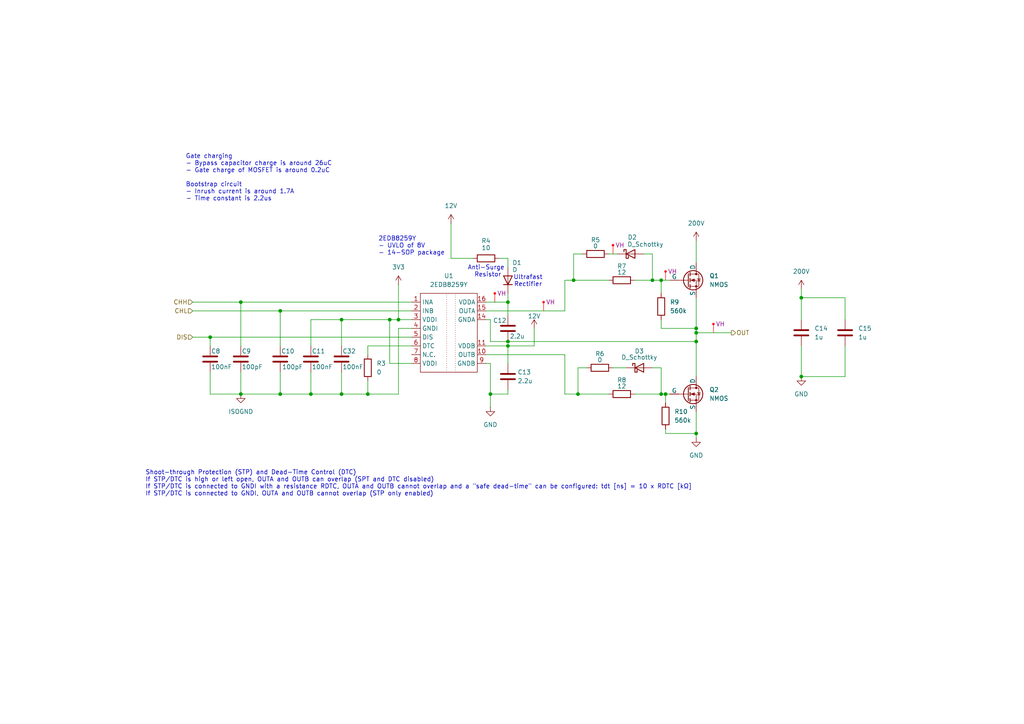
<source format=kicad_sch>
(kicad_sch (version 20250114) (generator "eeschema") (generator_version "9.0")
  (paper "A4")
  (title_block (title "Half bridge leg") (date "2025-08-07") (rev "1.1"))
  (lib_symbols
    (symbol "Device:C" (pin_numbers (hide yes)) (pin_names (offset 0.254))
      (property "Reference" "C" (at 0.635 2.54 0))
      (property "Value" "C" (at 0.635 -2.54 0))
      (symbol "C_0_1"
        (polyline (pts (xy -2.032 0.762) (xy 2.032 0.762)) (stroke (width 0.508)))
        (polyline (pts (xy -2.032 -0.762) (xy 2.032 -0.762)) (stroke (width 0.508)))
      )
      (symbol "C_1_1"
        (pin passive line (at 0 3.81 270) (length 2.794) (name "~") (number "1"))
        (pin passive line (at 0 -3.81 90) (length 2.794) (name "~") (number "2"))
      )
    )
    (symbol "Device:D" (pin_numbers (hide yes)) (pin_names (offset 1.016) (hide yes))
      (property "Reference" "D" (at 0 2.54 0))
      (property "Value" "D" (at 0 -2.54 0))
      (symbol "D_0_1"
        (polyline (pts (xy -1.27 1.27) (xy -1.27 -1.27)) (stroke (width 0.254)))
        (polyline (pts (xy 1.27 1.27) (xy 1.27 -1.27) (xy -1.27 0) (xy 1.27 1.27)) (stroke (width 0.254)))
        (polyline (pts (xy 1.27 0) (xy -1.27 0)))
      )
      (symbol "D_1_1"
        (pin passive line (at -3.81 0 0) (length 2.54) (name "K") (number "1"))
        (pin passive line (at 3.81 0 180) (length 2.54) (name "A") (number "2"))
      )
    )
    (symbol "Device:D_Schottky" (pin_numbers (hide yes)) (pin_names (offset 1.016) (hide yes))
      (property "Reference" "D" (at 0 2.54 0))
      (property "Value" "D_Schottky" (at 0 -2.54 0))
      (symbol "D_Schottky_0_1"
        (polyline (pts (xy -1.905 0.635) (xy -1.905 1.27) (xy -1.27 1.27) (xy -1.27 -1.27) (xy -0.635 -1.27) (xy -0.635 -0.635)) (stroke (width 0.254)))
        (polyline (pts (xy 1.27 1.27) (xy 1.27 -1.27) (xy -1.27 0) (xy 1.27 1.27)) (stroke (width 0.254)))
        (polyline (pts (xy 1.27 0) (xy -1.27 0)))
      )
      (symbol "D_Schottky_1_1"
        (pin passive line (at -3.81 0 0) (length 2.54) (name "K") (number "1"))
        (pin passive line (at 3.81 0 180) (length 2.54) (name "A") (number "2"))
      )
    )
    (symbol "Device:R" (pin_numbers (hide yes)) (pin_names (offset 0))
      (property "Reference" "R" (at 2.032 0 90))
      (property "Value" "R" (at 0 0 90))
      (symbol "R_0_1"
        (rectangle (start -1.016 -2.54) (end 1.016 2.54) (stroke (width 0.254)))
      )
      (symbol "R_1_1"
        (pin passive line (at 0 3.81 270) (length 1.27) (name "~") (number "1"))
        (pin passive line (at 0 -3.81 90) (length 1.27) (name "~") (number "2"))
      )
    )
    (symbol "NMOS_1" (pin_numbers (hide yes)) (pin_names (offset 0))
      (property "Reference" "Q2" (at 6.35 1.2701 0))
      (property "Value" "NMOS" (at 6.35 -1.2699 0))
      (symbol "NMOS_1_0_1"
        (polyline (pts (xy 0.254 1.905) (xy 0.254 -1.905)) (stroke (width 0.254)))
        (polyline (pts (xy 0.254 0) (xy -2.54 0)))
        (polyline (pts (xy 0.762 2.286) (xy 0.762 1.27)) (stroke (width 0.254)))
        (polyline (pts (xy 0.762 0.508) (xy 0.762 -0.508)) (stroke (width 0.254)))
        (polyline (pts (xy 0.762 -1.27) (xy 0.762 -2.286)) (stroke (width 0.254)))
        (polyline (pts (xy 0.762 -1.778) (xy 3.302 -1.778) (xy 3.302 1.778) (xy 0.762 1.778)))
        (polyline (pts (xy 1.016 0) (xy 2.032 0.381) (xy 2.032 -0.381) (xy 1.016 0)) (fill (type outline)))
        (circle (center 1.651 0) (radius 2.794) (stroke (width 0.254)))
        (polyline (pts (xy 2.54 2.54) (xy 2.54 1.778)))
        (circle (center 2.54 1.778) (radius 0.254) (fill (type outline)))
        (circle (center 2.54 -1.778) (radius 0.254) (fill (type outline)))
        (polyline (pts (xy 2.54 -2.54) (xy 2.54 0) (xy 0.762 0)))
        (polyline (pts (xy 2.794 0.508) (xy 2.921 0.381) (xy 3.683 0.381) (xy 3.81 0.254)))
        (polyline (pts (xy 3.302 0.381) (xy 2.921 -0.254) (xy 3.683 -0.254) (xy 3.302 0.381)))
      )
      (symbol "NMOS_1_1_1"
        (pin input line (at -5.08 0 0) (length 2.54) (name "G") (number "1"))
        (pin passive line (at 2.54 5.08 270) (length 2.54) (name "D") (number "2"))
        (pin passive line (at 2.54 -5.08 90) (length 2.54) (name "S") (number "3"))
      )
    )
    (symbol "Simulation_SPICE:NMOS" (pin_numbers (hide yes)) (pin_names (offset 0))
      (property "Reference" "Q1" (at 6.35 1.2701 0))
      (property "Value" "NMOS" (at 6.35 -1.2699 0))
      (symbol "NMOS_0_1"
        (polyline (pts (xy 0.254 1.905) (xy 0.254 -1.905)) (stroke (width 0.254)))
        (polyline (pts (xy 0.254 0) (xy -2.54 0)))
        (polyline (pts (xy 0.762 2.286) (xy 0.762 1.27)) (stroke (width 0.254)))
        (polyline (pts (xy 0.762 0.508) (xy 0.762 -0.508)) (stroke (width 0.254)))
        (polyline (pts (xy 0.762 -1.27) (xy 0.762 -2.286)) (stroke (width 0.254)))
        (polyline (pts (xy 0.762 -1.778) (xy 3.302 -1.778) (xy 3.302 1.778) (xy 0.762 1.778)))
        (polyline (pts (xy 1.016 0) (xy 2.032 0.381) (xy 2.032 -0.381) (xy 1.016 0)) (fill (type outline)))
        (circle (center 1.651 0) (radius 2.794) (stroke (width 0.254)))
        (polyline (pts (xy 2.54 2.54) (xy 2.54 1.778)))
        (circle (center 2.54 1.778) (radius 0.254) (fill (type outline)))
        (circle (center 2.54 -1.778) (radius 0.254) (fill (type outline)))
        (polyline (pts (xy 2.54 -2.54) (xy 2.54 0) (xy 0.762 0)))
        (polyline (pts (xy 2.794 0.508) (xy 2.921 0.381) (xy 3.683 0.381) (xy 3.81 0.254)))
        (polyline (pts (xy 3.302 0.381) (xy 2.921 -0.254) (xy 3.683 -0.254) (xy 3.302 0.381)))
      )
      (symbol "NMOS_1_1"
        (pin input line (at -5.08 0 0) (length 2.54) (name "G") (number "1"))
        (pin passive line (at 2.54 5.08 270) (length 2.54) (name "D") (number "2"))
        (pin passive line (at 2.54 -5.08 90) (length 2.54) (name "S") (number "3"))
      )
    )
    (symbol "mdriver_symbols:2EDB8259YXUMA1"
      (property "Reference" "U" (at -7.62 0 0))
      (symbol "2EDB8259YXUMA1_0_1"
        (rectangle (start -8.89 10.16) (end 7.62 -12.7))
      )
      (symbol "2EDB8259YXUMA1_1_1"
        (polyline (pts (xy -1.27 -12.7) (xy -1.27 10.16)) (stroke (width 0) (type dot)))
        (polyline (pts (xy 1.27 -12.7) (xy 1.27 10.16)) (stroke (width 0) (type dot)))
        (pin passive line (at -11.43 7.62 0) (length 2.54) (name "INA") (number "1"))
        (pin passive line (at -11.43 5.08 0) (length 2.54) (name "INB") (number "2"))
        (pin passive line (at -11.43 2.54 0) (length 2.54) (name "VDDI") (number "3"))
        (pin passive line (at -11.43 0 0) (length 2.54) (name "GNDI") (number "4"))
        (pin passive line (at -11.43 -2.54 0) (length 2.54) (name "DIS") (number "5"))
        (pin passive line (at -11.43 -5.08 0) (length 2.54) (name "DTC") (number "6"))
        (pin passive line (at -11.43 -7.62 0) (length 2.54) (name "N.C.") (number "7"))
        (pin passive line (at -11.43 -10.16 0) (length 2.54) (name "VDDI") (number "8"))
        (pin passive line (at 10.16 7.62 180) (length 2.54) (name "VDDA") (number "16"))
        (pin passive line (at 10.16 5.08 180) (length 2.54) (name "OUTA") (number "15"))
        (pin passive line (at 10.16 2.54 180) (length 2.54) (name "GNDA") (number "14"))
        (pin passive line (at 10.16 -5.08 180) (length 2.54) (name "VDDB") (number "11"))
        (pin passive line (at 10.16 -7.62 180) (length 2.54) (name "OUTB") (number "10"))
        (pin passive line (at 10.16 -10.16 180) (length 2.54) (name "GNDB") (number "9"))
      )
    )
    (symbol "power:+3V3" (power) (pin_numbers (hide yes)) (pin_names (offset 0) (hide yes))
      (property "Value" "+3V3" (at 0 3.556 0))
      (symbol "+3V3_0_1"
        (polyline (pts (xy -0.762 1.27) (xy 0 2.54)))
        (polyline (pts (xy 0 2.54) (xy 0.762 1.27)))
        (polyline (pts (xy 0 0) (xy 0 2.54)))
      )
      (symbol "+3V3_1_1"
        (pin power_in line (at 0 0 90) (length 0) (name "~") (number "1"))
      )
    )
    (symbol "power:GND" (power) (pin_numbers (hide yes)) (pin_names (offset 0) (hide yes))
      (property "Value" "GND" (at 0 -3.81 0))
      (symbol "GND_0_1"
        (polyline (pts (xy 0 0) (xy 0 -1.27) (xy 1.27 -1.27) (xy 0 -2.54) (xy -1.27 -1.27) (xy 0 -1.27)))
      )
      (symbol "GND_1_1"
        (pin power_in line (at 0 0 270) (length 0) (name "~") (number "1"))
      )
    )
    (symbol "power:VDD" (power) (pin_numbers (hide yes)) (pin_names (offset 0) (hide yes))
      (property "Value" "VDD" (at 0 3.556 0))
      (symbol "VDD_0_1"
        (polyline (pts (xy -0.762 1.27) (xy 0 2.54)))
        (polyline (pts (xy 0 2.54) (xy 0.762 1.27)))
        (polyline (pts (xy 0 0) (xy 0 2.54)))
      )
      (symbol "VDD_1_1"
        (pin power_in line (at 0 0 90) (length 0) (name "~") (number "1"))
      )
    )
  )
  (text "Ultrafast\nRectifier" (at 153.162 81.534 0) (effects (font (size 1.27 1.27))))
  (text "2EDB8259Y\n- UVLO of 8V\n- 14-SOP package" (at 109.728 71.374 0) (effects (font (size 1.27 1.27)) (justify left)))
  (text "Shoot-through Protection (STP) and Dead-Time Control (DTC) \nIf STP/DTC is high or left open, OUTA and OUTB can overlap (SPT and DTC disabled) \nIf STP/DTC is connected to GNDI with a resistance RDTC, OUTA and OUTB cannot overlap and a \"safe dead-time\" can be configured: tdt [ns] = 10 x RDTC [kΩ] \nIf STP/DTC is connected to GNDI, OUTA and OUTB cannot overlap (STP only enabled) " (at 42.164 140.208 0) (effects (font (size 1.27 1.27) (thickness 0.1588)) (justify left)))
  (text "Anti-Surge \nResistor" (at 141.478 78.74 0) (effects (font (size 1.27 1.27))))
  (text "Gate charging\n- Bypass capacitor charge is around 26uC\n- Gate charge of MOSFET is around 0.2uC\n\nBootstrap circuit\n- Inrush current is around 1.7A\n- Time constant is 2.2us" (at 53.848 51.562 0) (effects (font (size 1.27 1.27)) (justify left)))
  (junction (at 147.32 99.06))
  (junction (at 99.06 114.3))
  (junction (at 115.57 92.71))
  (junction (at 201.93 125.73))
  (junction (at 232.41 86.36))
  (junction (at 81.28 114.3))
  (junction (at 189.23 81.28))
  (junction (at 193.04 114.3))
  (junction (at 166.37 81.28))
  (junction (at 90.17 114.3))
  (junction (at 147.32 100.33))
  (junction (at 81.28 90.17))
  (junction (at 113.03 92.71))
  (junction (at 106.68 114.3))
  (junction (at 201.93 96.52))
  (junction (at 201.93 95.25))
  (junction (at 167.64 114.3))
  (junction (at 191.77 81.28))
  (junction (at 147.32 87.63))
  (junction (at 99.06 92.71))
  (junction (at 60.96 97.79))
  (junction (at 69.85 87.63))
  (junction (at 69.85 114.3))
  (junction (at 201.93 99.06))
  (junction (at 232.41 109.22))
  (junction (at 191.77 114.3))
  (junction (at 142.24 114.3))
  (wire (pts (xy 147.32 99.06) (xy 201.93 99.06)))
  (wire (pts (xy 186.69 73.66) (xy 189.23 73.66)))
  (wire (pts (xy 147.32 74.93) (xy 147.32 77.47)))
  (wire (pts (xy 176.53 73.66) (xy 179.07 73.66)))
  (wire (pts (xy 55.88 87.63) (xy 69.85 87.63)))
  (wire (pts (xy 106.68 100.33) (xy 119.38 100.33)))
  (wire (pts (xy 191.77 92.71) (xy 191.77 95.25)))
  (wire (pts (xy 166.37 81.28) (xy 163.83 81.28)))
  (wire (pts (xy 193.04 124.46) (xy 193.04 125.73)))
  (wire (pts (xy 147.32 100.33) (xy 147.32 105.41)))
  (wire (pts (xy 81.28 90.17) (xy 119.38 90.17)))
  (wire (pts (xy 201.93 95.25) (xy 201.93 96.52)))
  (wire (pts (xy 99.06 92.71) (xy 99.06 100.33)))
  (wire (pts (xy 113.03 105.41) (xy 113.03 92.71)))
  (wire (pts (xy 201.93 125.73) (xy 201.93 127)))
  (wire (pts (xy 106.68 102.87) (xy 106.68 100.33)))
  (wire (pts (xy 168.91 73.66) (xy 166.37 73.66)))
  (wire (pts (xy 191.77 95.25) (xy 201.93 95.25)))
  (wire (pts (xy 90.17 114.3) (xy 81.28 114.3)))
  (wire (pts (xy 60.96 114.3) (xy 69.85 114.3)))
  (wire (pts (xy 245.11 92.71) (xy 245.11 86.36)))
  (wire (pts (xy 191.77 106.68) (xy 191.77 114.3)))
  (wire (pts (xy 201.93 86.36) (xy 201.93 95.25)))
  (wire (pts (xy 69.85 87.63) (xy 119.38 87.63)))
  (wire (pts (xy 191.77 81.28) (xy 191.77 85.09)))
  (wire (pts (xy 163.83 90.17) (xy 140.97 90.17)))
  (wire (pts (xy 167.64 106.68) (xy 167.64 114.3)))
  (wire (pts (xy 177.8 106.68) (xy 181.61 106.68)))
  (wire (pts (xy 142.24 99.06) (xy 142.24 92.71)))
  (wire (pts (xy 144.78 74.93) (xy 147.32 74.93)))
  (wire (pts (xy 232.41 83.82) (xy 232.41 86.36)))
  (wire (pts (xy 140.97 100.33) (xy 147.32 100.33)))
  (wire (pts (xy 154.94 100.33) (xy 147.32 100.33)))
  (wire (pts (xy 119.38 92.71) (xy 115.57 92.71)))
  (wire (pts (xy 130.81 64.77) (xy 130.81 74.93)))
  (wire (pts (xy 142.24 99.06) (xy 147.32 99.06)))
  (wire (pts (xy 99.06 107.95) (xy 99.06 114.3)))
  (wire (pts (xy 193.04 114.3) (xy 194.31 114.3)))
  (wire (pts (xy 69.85 87.63) (xy 69.85 100.33)))
  (wire (pts (xy 201.93 119.38) (xy 201.93 125.73)))
  (wire (pts (xy 90.17 107.95) (xy 90.17 114.3)))
  (wire (pts (xy 81.28 114.3) (xy 69.85 114.3)))
  (wire (pts (xy 142.24 114.3) (xy 142.24 105.41)))
  (wire (pts (xy 193.04 125.73) (xy 201.93 125.73)))
  (wire (pts (xy 81.28 90.17) (xy 81.28 100.33)))
  (wire (pts (xy 113.03 92.71) (xy 115.57 92.71)))
  (wire (pts (xy 130.81 74.93) (xy 137.16 74.93)))
  (wire (pts (xy 147.32 114.3) (xy 142.24 114.3)))
  (wire (pts (xy 167.64 114.3) (xy 163.83 114.3)))
  (wire (pts (xy 184.15 114.3) (xy 191.77 114.3)))
  (wire (pts (xy 163.83 81.28) (xy 163.83 90.17)))
  (wire (pts (xy 193.04 114.3) (xy 193.04 116.84)))
  (wire (pts (xy 191.77 114.3) (xy 193.04 114.3)))
  (wire (pts (xy 55.88 97.79) (xy 60.96 97.79)))
  (wire (pts (xy 232.41 86.36) (xy 245.11 86.36)))
  (wire (pts (xy 90.17 100.33) (xy 90.17 92.71)))
  (wire (pts (xy 140.97 105.41) (xy 142.24 105.41)))
  (wire (pts (xy 90.17 92.71) (xy 99.06 92.71)))
  (wire (pts (xy 189.23 106.68) (xy 191.77 106.68)))
  (wire (pts (xy 176.53 114.3) (xy 167.64 114.3)))
  (wire (pts (xy 90.17 114.3) (xy 99.06 114.3)))
  (wire (pts (xy 232.41 100.33) (xy 232.41 109.22)))
  (wire (pts (xy 140.97 87.63) (xy 147.32 87.63)))
  (wire (pts (xy 232.41 86.36) (xy 232.41 92.71)))
  (wire (pts (xy 115.57 114.3) (xy 106.68 114.3)))
  (wire (pts (xy 245.11 100.33) (xy 245.11 109.22)))
  (wire (pts (xy 60.96 107.95) (xy 60.96 114.3)))
  (wire (pts (xy 60.96 97.79) (xy 119.38 97.79)))
  (wire (pts (xy 201.93 96.52) (xy 201.93 99.06)))
  (wire (pts (xy 142.24 92.71) (xy 140.97 92.71)))
  (wire (pts (xy 99.06 114.3) (xy 106.68 114.3)))
  (wire (pts (xy 201.93 99.06) (xy 201.93 109.22)))
  (wire (pts (xy 147.32 113.03) (xy 147.32 114.3)))
  (wire (pts (xy 232.41 109.22) (xy 245.11 109.22)))
  (wire (pts (xy 142.24 114.3) (xy 142.24 118.11)))
  (wire (pts (xy 106.68 110.49) (xy 106.68 114.3)))
  (wire (pts (xy 163.83 114.3) (xy 163.83 102.87)))
  (wire (pts (xy 170.18 106.68) (xy 167.64 106.68)))
  (wire (pts (xy 69.85 107.95) (xy 69.85 114.3)))
  (wire (pts (xy 55.88 90.17) (xy 81.28 90.17)))
  (wire (pts (xy 115.57 82.55) (xy 115.57 92.71)))
  (wire (pts (xy 147.32 91.44) (xy 147.32 87.63)))
  (wire (pts (xy 99.06 92.71) (xy 113.03 92.71)))
  (wire (pts (xy 163.83 102.87) (xy 140.97 102.87)))
  (wire (pts (xy 166.37 73.66) (xy 166.37 81.28)))
  (wire (pts (xy 81.28 107.95) (xy 81.28 114.3)))
  (wire (pts (xy 201.93 69.85) (xy 201.93 76.2)))
  (wire (pts (xy 60.96 97.79) (xy 60.96 100.33)))
  (wire (pts (xy 119.38 95.25) (xy 115.57 95.25)))
  (wire (pts (xy 201.93 96.52) (xy 212.09 96.52)))
  (wire (pts (xy 115.57 95.25) (xy 115.57 114.3)))
  (wire (pts (xy 184.15 81.28) (xy 189.23 81.28)))
  (wire (pts (xy 189.23 81.28) (xy 191.77 81.28)))
  (wire (pts (xy 176.53 81.28) (xy 166.37 81.28)))
  (wire (pts (xy 119.38 105.41) (xy 113.03 105.41)))
  (wire (pts (xy 154.94 95.25) (xy 154.94 100.33)))
  (wire (pts (xy 189.23 73.66) (xy 189.23 81.28)))
  (wire (pts (xy 147.32 85.09) (xy 147.32 87.63)))
  (wire (pts (xy 191.77 81.28) (xy 194.31 81.28)))
  (hierarchical_label "CHL" (shape input) (at 55.88 90.17 180))
  (hierarchical_label "CHH" (shape input) (at 55.88 87.63 180))
  (hierarchical_label "OUT" (shape output) (at 212.09 96.52 0))
  (hierarchical_label "DIS" (shape input) (at 55.88 97.79 180))
  (netclass_flag "" (length 2.54) (shape dot) (at 177.8 73.66 0) (property "Netclass" "VH" (at 178.4985 71.12 0) (effects (justify left))))
  (netclass_flag "" (length 2.54) (shape dot) (at 157.6743 90.17 0) (property "Netclass" "VH" (at 158.3728 87.63 0) (effects (justify left))))
  (netclass_flag "" (length 2.54) (shape dot) (at 193.04 81.28 0) (property "Netclass" "VH" (at 193.7385 78.74 0) (effects (justify left))))
  (netclass_flag "" (length 2.54) (shape dot) (at 143.51 87.63 0) (property "Netclass" "VH" (at 144.2085 85.09 0) (effects (justify left))))
  (netclass_flag "" (length 2.54) (shape dot) (at 206.9301 96.52 0) (property "Netclass" "VH" (at 207.6286 93.98 0) (effects (justify left))))
  (symbol (lib_id "Device:C") (at 60.96 104.14 0) (unit 1)
    (property "Reference" "C8" (at 61.214 101.854 0) (effects (justify left)))
    (property "Value" "100nF" (at 61.214 106.426 0) (effects (justify left)))
    (property "Footprint" "Capacitor_SMD:C_0402_1005Metric" (effects (hide yes)))
    (property "Description" "Multilayer Ceramic Capacitors MLCC - SMD/SMT 16V 0.1uF X7R 0402 10%" (effects (hide yes)))
    (property "Partno" "C0402C104K4RECAUTO " (effects (hide yes)))
    (property "JLCPCB" "C1525" (effects (hide yes)))
    (instances (project "mdriver_hw_power" (path "" (reference "C8") (unit 1)) (path "" (reference "C16") (unit 1))))
  )
  (symbol (lib_id "Device:C") (at 69.85 104.14 0) (unit 1)
    (property "Reference" "C9" (at 70.104 101.854 0) (effects (justify left)))
    (property "Value" "100pF" (at 70.104 106.426 0) (effects (justify left)))
    (property "Footprint" "Capacitor_SMD:C_0402_1005Metric" (effects (hide yes)))
    (property "Description" "0402 100 pF 50 V ±5% Tolerance C0G/NP0 SMT Multilayer Ceramic Chip Capacitor" (effects (hide yes)))
    (property "Partno" "VJ0402A101JXACW1BC" (effects (hide yes)))
    (property "JLCPCB" "C26409" (effects (hide yes)))
    (instances (project "mdriver_hw_power" (path "" (reference "C9") (unit 1)) (path "" (reference "C17") (unit 1))))
  )
  (symbol (lib_id "power:+3V3") (at 115.57 82.55 0) (unit 1)
    (property "Reference" "#PWR014" (effects (hide yes)))
    (property "Value" "3V3" (at 115.57 77.47 0))
    (property "Description" "Power symbol creates a global label with name \"+3V3\"" (effects (hide yes)))
    (instances (project "mdriver_hw_power" (path "" (reference "#PWR014") (unit 1)) (path "" (reference "#PWR022") (unit 1))))
  )
  (symbol (lib_name "NMOS_1") (lib_id "Simulation_SPICE:NMOS") (at 199.39 114.3 0) (unit 1) (in_bom no)
    (property "Reference" "Q2" (at 205.74 113.0299 0) (effects (justify left)))
    (property "Value" "NMOS" (at 205.74 115.5699 0) (effects (justify left)))
    (property "Footprint" "Package_TO_SOT_THT:TO-247-3_Vertical" (effects (hide yes)))
    (property "Datasheet" "https://octopart.com/ipw60r024p7xksa1-infineon-95984577" (effects (hide yes)))
    (property "Description" "Transistor MOSFET N-CH 600V 101A 3-Pin TO-247 Tube" (effects (hide yes)))
    (property "Partno" "IPW60R024P7XKSA1" (effects (hide yes)))
    (property "JLCPCB" "-" (effects (hide yes)))
    (instances (project "mdriver_hw_power" (path "" (reference "Q2") (unit 1)) (path "" (reference "Q4") (unit 1))))
  )
  (symbol (lib_id "Device:R") (at 140.97 74.93 90) (unit 1)
    (property "Reference" "R4" (at 140.97 69.85 90))
    (property "Value" "10" (at 140.97 71.882 90))
    (property "Footprint" "Resistor_SMD:R_1206_3216Metric" (effects (hide yes)))
    (property "Datasheet" "https://octopart.com/as12j10r0et-ohmite-65849002" (effects (hide yes)))
    (property "Description" "Thick Film Resistors - SMD 500mW 10 OHM 5% ANTI SURGE" (effects (hide yes)))
    (property "Partno" "AS12J10R0ET" (effects (hide yes)))
    (property "Comment" "Anti Surge Resistor" (effects (hide yes)))
    (instances (project "mdriver_hw_power" (path "" (reference "R4") (unit 1)) (path "" (reference "R12") (unit 1))))
  )
  (symbol (lib_id "power:VDD") (at 154.94 95.25 0) (unit 1)
    (property "Reference" "#PWR016" (effects (hide yes)))
    (property "Value" "12V" (at 154.94 91.694 0))
    (property "Description" "Power symbol creates a global label with name \"VDD\"" (effects (hide yes)))
    (instances (project "mdriver_hw_power" (path "" (reference "#PWR016") (unit 1)) (path "" (reference "#PWR024") (unit 1))))
  )
  (symbol (lib_id "Device:R") (at 193.04 120.65 0) (unit 1)
    (property "Reference" "R10" (at 195.58 119.3799 0) (effects (justify left)))
    (property "Value" "560k" (at 195.58 121.9199 0) (effects (justify left)))
    (property "Footprint" "Resistor_SMD:R_0402_1005Metric" (effects (hide yes)))
    (property "Description" "Res Thick Film 0402 560K Ohm 1% 0.063W(1/16W) ±100ppm/C Pad SMD Automotive T/R" (effects (hide yes)))
    (property "Partno" "CRGCQ0402F560K" (effects (hide yes)))
    (property "JLCPCB" "C15785" (effects (hide yes)))
    (instances (project "mdriver_hw_power" (path "" (reference "R10") (unit 1)) (path "" (reference "R18") (unit 1))))
  )
  (symbol (lib_id "Device:C") (at 147.32 95.25 0) (unit 1)
    (property "Reference" "C12" (at 143.002 92.964 0) (effects (justify left)))
    (property "Value" "2.2u" (at 147.828 97.536 0) (effects (justify left)))
    (property "Footprint" "Capacitor_SMD:C_0603_1608Metric" (effects (hide yes)))
    (property "Datasheet" "https://octopart.com/datasheet/cga3e1x7s1c225k080ae-tdk-68305583" (effects (hide yes)))
    (property "Description" "Cap Ceramic 2.2uF 16V X7S 10% Pad SMD 0603 Soft Termination 125C Automotive T/R" (effects (hide yes)))
    (property "Partno" "CGA3E1X7S1C225K080AE" (effects (hide yes)))
    (property "JLCPCB" "CL10A225KA8NNNC" (effects (hide yes)))
    (instances (project "" (path "" (reference "C12") (unit 1)) (path "" (reference "C20") (unit 1))))
  )
  (symbol (lib_id "Device:C") (at 81.28 104.14 0) (unit 1)
    (property "Reference" "C10" (at 81.534 101.854 0) (effects (justify left)))
    (property "Value" "100pF" (at 81.788 106.426 0) (effects (justify left)))
    (property "Footprint" "Capacitor_SMD:C_0402_1005Metric" (effects (hide yes)))
    (property "Description" "0402 100 pF 50 V ±5% Tolerance C0G/NP0 SMT Multilayer Ceramic Chip Capacitor" (effects (hide yes)))
    (property "Partno" "VJ0402A101JXACW1BC" (effects (hide yes)))
    (property "JLCPCB" "C26409" (effects (hide yes)))
    (instances (project "" (path "" (reference "C10") (unit 1)) (path "" (reference "C18") (unit 1))))
  )
  (symbol (lib_id "Device:R") (at 180.34 81.28 90) (unit 1)
    (property "Reference" "R7" (at 180.34 77.216 90))
    (property "Value" "12" (at 180.34 78.994 90))
    (property "Footprint" "Resistor_SMD:R_0603_1608Metric" (effects (hide yes)))
    (property "Description" "Res Thick Film 0603 12 Ohm 1% 0.25W(1/4W) ±100ppm/C Pad SMD T/R Automotive AEC-Q200" (effects (hide yes)))
    (property "Partno" "ERJPA3F12R0V" (effects (hide yes)))
    (instances (project "" (path "" (reference "R7") (unit 1)) (path "" (reference "R15") (unit 1))))
  )
  (symbol (lib_id "Device:R") (at 106.68 106.68 0) (unit 1)
    (property "Reference" "R3" (at 109.22 105.4099 0) (effects (justify left)))
    (property "Value" "0" (at 109.22 107.9499 0) (effects (justify left)))
    (property "Footprint" "Resistor_SMD:R_0402_1005Metric" (effects (hide yes)))
    (property "Description" "Zero Ohm Resistor, Jumper, 0402 [1005 Metric], Thick Film, 63 mW, 1.5 A, Surface Mount Device" (effects (hide yes)))
    (property "Partno" "RCA04020000ZSED" (effects (hide yes)))
    (property "JLCPCB" "C17168" (effects (hide yes)))
    (instances (project "" (path "" (reference "R3") (unit 1)) (path "" (reference "R11") (unit 1))))
  )
  (symbol (lib_id "Device:C") (at 90.17 104.14 0) (unit 1)
    (property "Reference" "C11" (at 90.424 101.854 0) (effects (justify left)))
    (property "Value" "100nF" (at 90.424 106.426 0) (effects (justify left)))
    (property "Footprint" "Capacitor_SMD:C_0402_1005Metric" (effects (hide yes)))
    (property "Description" "Multilayer Ceramic Capacitors MLCC - SMD/SMT 16V 0.1uF X7R 0402 10%" (effects (hide yes)))
    (property "Partno" "C0402C104K4RECAUTO " (effects (hide yes)))
    (property "JLCPCB" "C1525" (effects (hide yes)))
    (instances (project "mdriver_hw_power" (path "" (reference "C11") (unit 1)) (path "" (reference "C19") (unit 1))))
  )
  (symbol (lib_id "Device:R") (at 172.72 73.66 90) (unit 1)
    (property "Reference" "R5" (at 172.72 69.596 90))
    (property "Value" "0" (at 172.72 71.374 90))
    (property "Footprint" "Resistor_SMD:R_0603_1608Metric" (effects (hide yes)))
    (property "Description" "Zero Ohm Resistor, Jumper, 0603 [1608Metric], Thick Film, 100 mW, 2 A, Surface Mount" (effects (hide yes)))
    (property "Partno" "CRCW06030000ZSTB" (effects (hide yes)))
    (property "JLCPCB" "C25165" (effects (hide yes)))
    (instances (project "mdriver_hw_power" (path "" (reference "R5") (unit 1)) (path "" (reference "R13") (unit 1))))
  )
  (symbol (lib_id "power:VDD") (at 232.41 83.82 0) (unit 1)
    (property "Reference" "#PWR019" (effects (hide yes)))
    (property "Value" "200V" (at 232.41 78.74 0))
    (property "Description" "Power symbol creates a global label with name \"VDD\"" (effects (hide yes)))
    (instances (project "mdriver_hw_power" (path "" (reference "#PWR019") (unit 1)) (path "" (reference "#PWR027") (unit 1))))
  )
  (symbol (lib_id "Device:D") (at 147.32 81.28 90) (unit 1)
    (property "Reference" "D1" (at 148.59 76.2 90) (effects (justify right)))
    (property "Value" "D" (at 148.59 78.232 90) (effects (justify right)))
    (property "Footprint" "Diode_SMD:D_SOD-123F" (effects (hide yes)))
    (property "Datasheet" "https://octopart.com/datasheet/es1jfl-onsemi-84324861" (effects (hide yes)))
    (property "Description" "ES1JFL Series 600 V 1 A Surface Mount Ultrafast Rectifier - SOD-123F" (effects (hide yes)))
    (property "Partno" "ES1JFL" (effects (hide yes)))
    (property "JLCPCB" "C719809" (effects (hide yes)))
    (property "Comment" "Ultrafast Switching Diode" (effects (hide yes)))
    (instances (project "mdriver_hw_power" (path "" (reference "D1") (unit 1)) (path "" (reference "D4") (unit 1))))
  )
  (symbol (lib_id "Device:C") (at 232.41 96.52 0) (unit 1)
    (property "Reference" "C14" (at 236.22 95.2499 0) (effects (justify left)))
    (property "Value" "1u" (at 236.22 97.7899 0) (effects (justify left)))
    (property "Footprint" "Capacitor_SMD:C_2220_5750Metric_Pad1.97x5.40mm_HandSolder" (effects (hide yes)))
    (property "Datasheet" "https://octopart.com/datasheet/885342214001-wurth+elektronik-133607636" (effects (hide yes)))
    (property "Description" "Cap, 1Uf, 630V, Mlcc, 2220 Rohs Compliant: Yes |Wurth Elektronik 885342214001" (effects (hide yes)))
    (property "Partno" "885342214001" (effects (hide yes)))
    (property "JLCPCB" "-" (effects (hide yes)))
    (instances (project "" (path "" (reference "C14") (unit 1)) (path "" (reference "C22") (unit 1))))
  )
  (symbol (lib_id "Device:D_Schottky") (at 185.42 106.68 0) (unit 1)
    (property "Reference" "D3" (at 185.42 101.854 0))
    (property "Value" "D_Schottky" (at 185.42 103.632 0))
    (property "Footprint" "Diode_SMD:D_SOD-323F" (effects (hide yes)))
    (property "Datasheet" "https://octopart.com/datasheet/mmsd301t1g-onsemi-331778" (effects (hide yes)))
    (property "Description" "SD107WS Series 30 V 750 mA Schottky Barrier Diode Surface Mount - SOD-323" (effects (hide yes)))
    (property "Partno" "SD107WS-7-F" (effects (hide yes)))
    (property "JLCPCB" "C124210" (effects (hide yes)))
    (instances (project "mdriver_hw_power" (path "" (reference "D3") (unit 1)) (path "" (reference "D6") (unit 1))))
  )
  (symbol (lib_id "Device:R") (at 173.99 106.68 90) (unit 1)
    (property "Reference" "R6" (at 173.99 102.616 90))
    (property "Value" "0" (at 173.99 104.394 90))
    (property "Footprint" "Resistor_SMD:R_0603_1608Metric" (effects (hide yes)))
    (property "Description" "Zero Ohm Resistor, Jumper, 0603 [1608Metric], Thick Film, 100 mW, 2 A, Surface Mount" (effects (hide yes)))
    (property "Partno" "CRCW06030000ZSTB" (effects (hide yes)))
    (property "JLCPCB" "C25165" (effects (hide yes)))
    (instances (project "mdriver_hw_power" (path "" (reference "R6") (unit 1)) (path "" (reference "R14") (unit 1))))
  )
  (symbol (lib_id "power:GND") (at 201.93 127 0) (unit 1)
    (property "Reference" "#PWR018" (effects (hide yes)))
    (property "Value" "GND" (at 201.93 132.08 0))
    (property "Description" "Power symbol creates a global label with name \"GND\" , ground" (effects (hide yes)))
    (instances (project "mdriver_hw_power" (path "" (reference "#PWR018") (unit 1)) (path "" (reference "#PWR026") (unit 1))))
  )
  (symbol (lib_id "mdriver_symbols:2EDB8259YXUMA1") (at 130.81 95.25 0) (unit 1)
    (property "Reference" "U1" (at 130.175 80.01 0))
    (property "Value" "2EDB8259Y" (at 130.175 82.55 0))
    (property "Footprint" "mdriver:SOIC-16" (effects (hide yes)))
    (property "Datasheet" "https://www.infineon.com/part/2EDB8259Y#design-resources" (effects (hide yes)))
    (property "Description" "Fast, robust, dual-channel, functional isolated MOSFET gate drivers with accurate and stable timing." (effects (hide yes)))
    (property "Partno" "2EDB8259YXUMA1" (effects (hide yes)))
    (property "JLCPCB" "-" (effects (hide yes)))
    (instances (project "" (path "" (reference "U1") (unit 1)) (path "" (reference "U2") (unit 1))))
  )
  (symbol (lib_id "Device:R") (at 180.34 114.3 90) (unit 1)
    (property "Reference" "R8" (at 180.34 110.236 90))
    (property "Value" "12" (at 180.34 112.014 90))
    (property "Footprint" "Resistor_SMD:R_0603_1608Metric" (effects (hide yes)))
    (property "Description" "Res Thick Film 0603 12 Ohm 1% 0.25W(1/4W) ±100ppm/C Pad SMD T/R Automotive AEC-Q200" (effects (hide yes)))
    (property "Partno" "ERJPA3F12R0V" (effects (hide yes)))
    (instances (project "mdriver_hw_power" (path "" (reference "R8") (unit 1)) (path "" (reference "R16") (unit 1))))
  )
  (symbol (lib_id "power:VDD") (at 201.93 69.85 0) (unit 1)
    (property "Reference" "#PWR017" (effects (hide yes)))
    (property "Value" "200V" (at 201.93 64.77 0))
    (property "Description" "Power symbol creates a global label with name \"VDD\"" (effects (hide yes)))
    (instances (project "mdriver_hw_power" (path "" (reference "#PWR017") (unit 1)) (path "" (reference "#PWR025") (unit 1))))
  )
  (symbol (lib_id "power:VDD") (at 130.81 64.77 0) (unit 1)
    (property "Reference" "#PWR015" (effects (hide yes)))
    (property "Value" "12V" (at 130.81 59.69 0))
    (property "Description" "Power symbol creates a global label with name \"VDD\"" (effects (hide yes)))
    (instances (project "mdriver_hw_power" (path "" (reference "#PWR015") (unit 1)) (path "" (reference "#PWR023") (unit 1))))
  )
  (symbol (lib_id "Device:C") (at 245.11 96.52 0) (unit 1)
    (property "Reference" "C15" (at 248.92 95.2499 0) (effects (justify left)))
    (property "Value" "1u" (at 248.92 97.7899 0) (effects (justify left)))
    (property "Footprint" "Capacitor_SMD:C_2220_5750Metric_Pad1.97x5.40mm_HandSolder" (effects (hide yes)))
    (property "Datasheet" "https://octopart.com/datasheet/885342214001-wurth+elektronik-133607636" (effects (hide yes)))
    (property "Description" "Cap, 1Uf, 630V, Mlcc, 2220 Rohs Compliant: Yes |Wurth Elektronik 885342214001" (effects (hide yes)))
    (property "Partno" "885342214001" (effects (hide yes)))
    (property "JLCPCB" "-" (effects (hide yes)))
    (instances (project "mdriver_hw_power" (path "" (reference "C15") (unit 1)) (path "" (reference "C23") (unit 1))))
  )
  (symbol (lib_id "Simulation_SPICE:NMOS") (at 199.39 81.28 0) (unit 1) (in_bom no)
    (property "Reference" "Q1" (at 205.74 80.0099 0) (effects (justify left)))
    (property "Value" "NMOS" (at 205.74 82.5499 0) (effects (justify left)))
    (property "Footprint" "Package_TO_SOT_THT:TO-247-3_Vertical" (effects (hide yes)))
    (property "Datasheet" "https://octopart.com/ipw60r024p7xksa1-infineon-95984577" (effects (hide yes)))
    (property "Description" "Transistor MOSFET N-CH 600V 101A 3-Pin TO-247 Tube" (effects (hide yes)))
    (property "Partno" "IPW60R024P7XKSA1" (effects (hide yes)))
    (property "JLCPCB" "-" (effects (hide yes)))
    (instances (project "" (path "" (reference "Q1") (unit 1)) (path "" (reference "Q3") (unit 1))))
  )
  (symbol (lib_id "power:GND") (at 142.24 118.11 0) (unit 1)
    (property "Reference" "#PWR035" (effects (hide yes)))
    (property "Value" "GND" (at 142.24 123.19 0))
    (property "Description" "Power symbol creates a global label with name \"GND\" , ground" (effects (hide yes)))
    (instances (project "mdriver_hw_power" (path "" (reference "#PWR035") (unit 1)) (path "" (reference "#PWR036") (unit 1))))
  )
  (symbol (lib_id "Device:D_Schottky") (at 182.88 73.66 0) (unit 1)
    (property "Reference" "D2" (at 183.388 68.834 0))
    (property "Value" "D_Schottky" (at 187.198 70.866 0))
    (property "Footprint" "Diode_SMD:D_SOD-323F" (effects (hide yes)))
    (property "Datasheet" "https://octopart.com/datasheet/mmsd301t1g-onsemi-331778" (effects (hide yes)))
    (property "Description" "SD107WS Series 30 V 750 mA Schottky Barrier Diode Surface Mount - SOD-323" (effects (hide yes)))
    (property "Partno" "SD107WS-7-F" (effects (hide yes)))
    (property "JLCPCB" "C124210" (effects (hide yes)))
    (instances (project "" (path "" (reference "D2") (unit 1)) (path "" (reference "D5") (unit 1))))
  )
  (symbol (lib_id "power:GND") (at 69.85 114.3 0) (unit 1)
    (property "Reference" "#PWR013" (effects (hide yes)))
    (property "Value" "ISOGND" (at 69.85 119.38 0))
    (property "Description" "Power symbol creates a global label with name \"GND\" , ground" (effects (hide yes)))
    (instances (project "mdriver_hw_power" (path "" (reference "#PWR013") (unit 1)) (path "" (reference "#PWR021") (unit 1))))
  )
  (symbol (lib_id "power:GND") (at 232.41 109.22 0) (unit 1)
    (property "Reference" "#PWR020" (effects (hide yes)))
    (property "Value" "GND" (at 232.41 114.3 0))
    (property "Description" "Power symbol creates a global label with name \"GND\" , ground" (effects (hide yes)))
    (instances (project "mdriver_hw_power" (path "" (reference "#PWR020") (unit 1)) (path "" (reference "#PWR028") (unit 1))))
  )
  (symbol (lib_id "Device:R") (at 191.77 88.9 0) (unit 1)
    (property "Reference" "R9" (at 194.31 87.6299 0) (effects (justify left)))
    (property "Value" "560k" (at 194.31 90.1699 0) (effects (justify left)))
    (property "Footprint" "Resistor_SMD:R_0402_1005Metric" (effects (hide yes)))
    (property "Description" "Res Thick Film 0402 560K Ohm 1% 0.063W(1/16W) ±100ppm/C Pad SMD Automotive T/R" (effects (hide yes)))
    (property "Partno" "CRGCQ0402F560K" (effects (hide yes)))
    (property "JLCPCB" "C15785" (effects (hide yes)))
    (instances (project "" (path "" (reference "R9") (unit 1)) (path "" (reference "R17") (unit 1))))
  )
  (symbol (lib_id "Device:C") (at 99.06 104.14 0) (unit 1)
    (property "Reference" "C32" (at 99.314 101.854 0) (effects (justify left)))
    (property "Value" "100nF" (at 99.314 106.426 0) (effects (justify left)))
    (property "Footprint" "Capacitor_SMD:C_0402_1005Metric" (effects (hide yes)))
    (property "Description" "Multilayer Ceramic Capacitors MLCC - SMD/SMT 16V 0.1uF X7R 0402 10%" (effects (hide yes)))
    (property "Partno" "C0402C104K4RECAUTO " (effects (hide yes)))
    (property "JLCPCB" "C1525" (effects (hide yes)))
    (instances (project "mdriver_hw_power" (path "" (reference "C32") (unit 1)) (path "" (reference "C33") (unit 1))))
  )
  (symbol (lib_id "Device:C") (at 147.32 109.22 0) (unit 1)
    (property "Reference" "C13" (at 150.114 107.95 0) (effects (justify left)))
    (property "Value" "2.2u" (at 150.114 110.49 0) (effects (justify left)))
    (property "Footprint" "Capacitor_SMD:C_0603_1608Metric" (effects (hide yes)))
    (property "Datasheet" "https://octopart.com/datasheet/cga3e1x7s1c225k080ae-tdk-68305583" (effects (hide yes)))
    (property "Description" "Cap Ceramic 2.2uF 16V X7S 10% Pad SMD 0603 Soft Termination 125C Automotive T/R" (effects (hide yes)))
    (property "Partno" "CGA3E1X7S1C225K080AE" (effects (hide yes)))
    (property "JLCPCB" "CL10A225KA8NNNC" (effects (hide yes)))
    (instances (project "mdriver_hw_power" (path "" (reference "C13") (unit 1)) (path "" (reference "C21") (unit 1))))
  )
)
</source>
